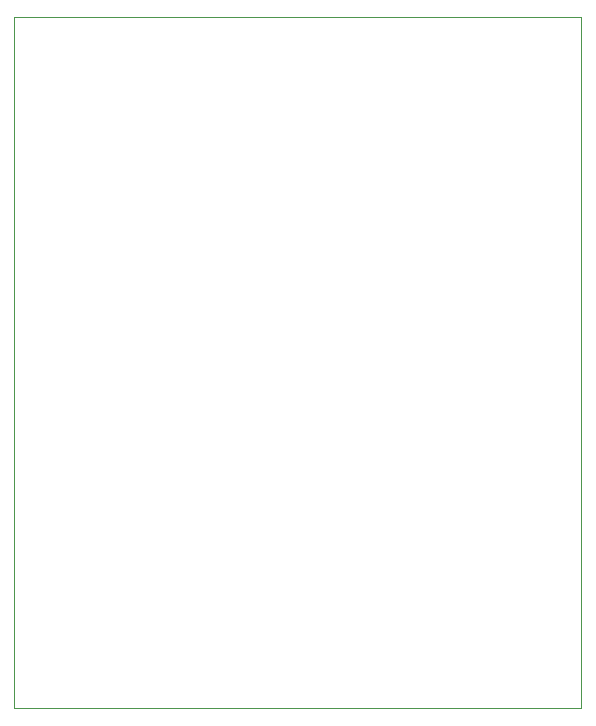
<source format=gm1>
%TF.GenerationSoftware,KiCad,Pcbnew,8.0.5*%
%TF.CreationDate,2024-12-04T18:47:01+01:00*%
%TF.ProjectId,DMH_S_H_Noise_PCB_Conn,444d485f-535f-4485-9f4e-6f6973655f50,1*%
%TF.SameCoordinates,Original*%
%TF.FileFunction,Profile,NP*%
%FSLAX46Y46*%
G04 Gerber Fmt 4.6, Leading zero omitted, Abs format (unit mm)*
G04 Created by KiCad (PCBNEW 8.0.5) date 2024-12-04 18:47:01*
%MOMM*%
%LPD*%
G01*
G04 APERTURE LIST*
%TA.AperFunction,Profile*%
%ADD10C,0.050000*%
%TD*%
G04 APERTURE END LIST*
D10*
X51000000Y-159000000D02*
X99000000Y-159000000D01*
X99000000Y-217500000D01*
X51000000Y-217500000D01*
X51000000Y-159000000D01*
M02*

</source>
